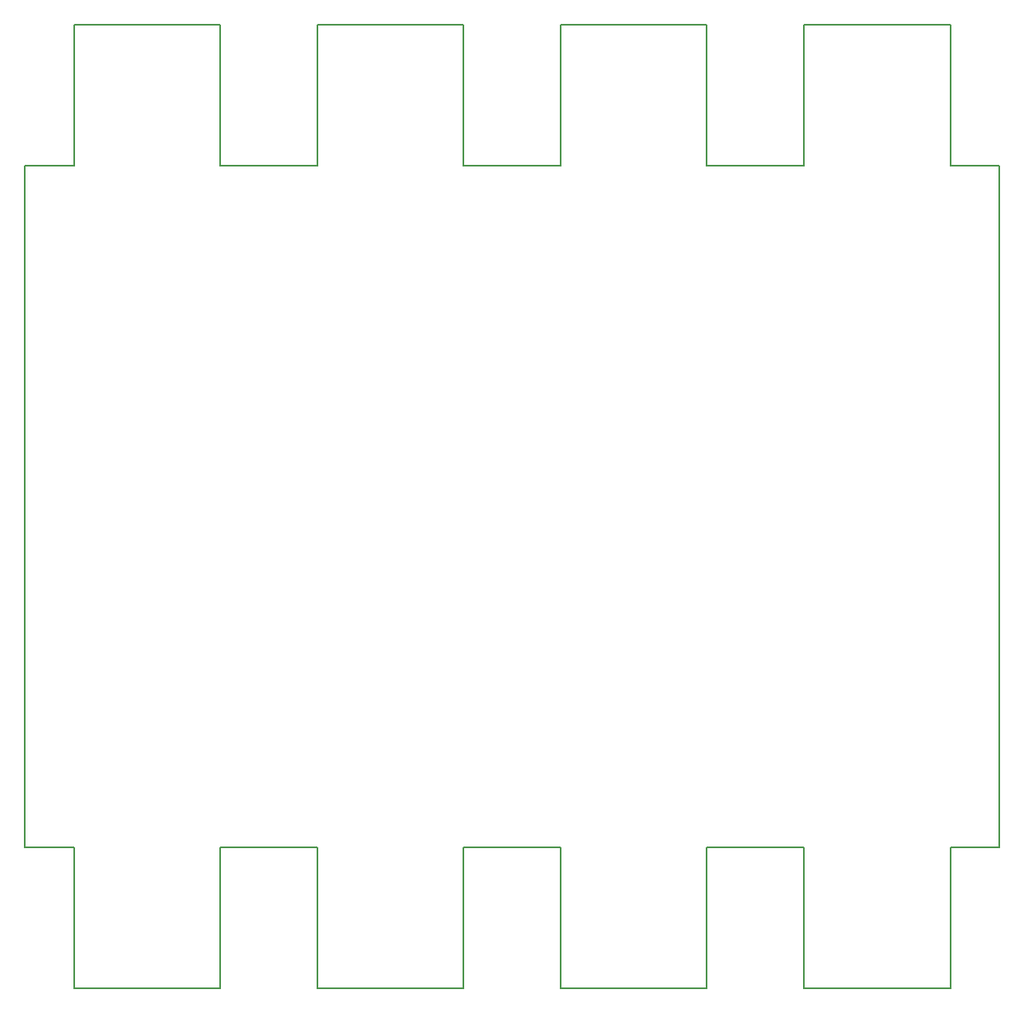
<source format=gbr>
G04 #@! TF.GenerationSoftware,KiCad,Pcbnew,(5.1.6)-1*
G04 #@! TF.CreationDate,2020-09-11T21:59:46+04:00*
G04 #@! TF.ProjectId,Triple-five,54726970-6c65-42d6-9669-76652e6b6963,rev?*
G04 #@! TF.SameCoordinates,Original*
G04 #@! TF.FileFunction,OtherDrawing,Comment*
%FSLAX46Y46*%
G04 Gerber Fmt 4.6, Leading zero omitted, Abs format (unit mm)*
G04 Created by KiCad (PCBNEW (5.1.6)-1) date 2020-09-11 21:59:46*
%MOMM*%
%LPD*%
G01*
G04 APERTURE LIST*
G04 #@! TA.AperFunction,Profile*
%ADD10C,0.050000*%
G04 #@! TD*
%ADD11C,0.150000*%
G04 APERTURE END LIST*
D10*
X115500000Y-128250000D02*
X115500000Y-58250000D01*
X120500000Y-128250000D02*
X115500000Y-128250000D01*
X120500000Y-142750000D02*
X120500000Y-128250000D01*
X135500000Y-142750000D02*
X120500000Y-142750000D01*
X135500000Y-128250000D02*
X135500000Y-142750000D01*
X145500000Y-128250000D02*
X135500000Y-128250000D01*
X145500000Y-142750000D02*
X145500000Y-128250000D01*
X160500000Y-142750000D02*
X145500000Y-142750000D01*
X160500000Y-128250000D02*
X160500000Y-142750000D01*
X170500000Y-128250000D02*
X160500000Y-128250000D01*
X170500000Y-142750000D02*
X170500000Y-128250000D01*
X185500000Y-142750000D02*
X170500000Y-142750000D01*
X185500000Y-128250000D02*
X185500000Y-142750000D01*
X195500000Y-128250000D02*
X185500000Y-128250000D01*
X195500000Y-142750000D02*
X195500000Y-128250000D01*
X210500000Y-142750000D02*
X195500000Y-142750000D01*
X210500000Y-128250000D02*
X210500000Y-142750000D01*
X215500000Y-128250000D02*
X210500000Y-128250000D01*
X215500000Y-58250000D02*
X215500000Y-128250000D01*
X210500000Y-58250000D02*
X215500000Y-58250000D01*
X210500000Y-43750000D02*
X210500000Y-58250000D01*
X195500000Y-43750000D02*
X210500000Y-43750000D01*
X195500000Y-58250000D02*
X195500000Y-43750000D01*
X185500000Y-58250000D02*
X195500000Y-58250000D01*
X185500000Y-43750000D02*
X185500000Y-58250000D01*
X170500000Y-43750000D02*
X185500000Y-43750000D01*
X170500000Y-58250000D02*
X170500000Y-43750000D01*
X160500000Y-58250000D02*
X170500000Y-58250000D01*
X160500000Y-43750000D02*
X160500000Y-58250000D01*
X145500000Y-43750000D02*
X160500000Y-43750000D01*
X145500000Y-58250000D02*
X145500000Y-43750000D01*
X135500000Y-58250000D02*
X145500000Y-58250000D01*
X135500000Y-43750000D02*
X135500000Y-58250000D01*
X120500000Y-43750000D02*
X135500000Y-43750000D01*
X120500000Y-58250000D02*
X120500000Y-43750000D01*
X115500000Y-58250000D02*
X120500000Y-58250000D01*
D11*
X115500000Y-128250000D02*
X115500000Y-60750000D01*
X120500000Y-128250000D02*
X115500000Y-128250000D01*
X120500000Y-142750000D02*
X120500000Y-128250000D01*
X135500000Y-142750000D02*
X120500000Y-142750000D01*
X135500000Y-128250000D02*
X135500000Y-142750000D01*
X145500000Y-128250000D02*
X135500000Y-128250000D01*
X145500000Y-142750000D02*
X145500000Y-128250000D01*
X160500000Y-142750000D02*
X145500000Y-142750000D01*
X160500000Y-128250000D02*
X160500000Y-142750000D01*
X170500000Y-128250000D02*
X160500000Y-128250000D01*
X170500000Y-142750000D02*
X170500000Y-128250000D01*
X185500000Y-142750000D02*
X170500000Y-142750000D01*
X185500000Y-128250000D02*
X185500000Y-142750000D01*
X195500000Y-128250000D02*
X185500000Y-128250000D01*
X195500000Y-142750000D02*
X195500000Y-128250000D01*
X210500000Y-142750000D02*
X195500000Y-142750000D01*
X210500000Y-128250000D02*
X210500000Y-142750000D01*
X215500000Y-128250000D02*
X210500000Y-128250000D01*
X215500000Y-58250000D02*
X215500000Y-128250000D01*
X210500000Y-58250000D02*
X215500000Y-58250000D01*
X210500000Y-43750000D02*
X210500000Y-58250000D01*
X195500000Y-43750000D02*
X210500000Y-43750000D01*
X195500000Y-58250000D02*
X195500000Y-43750000D01*
X185500000Y-58250000D02*
X195500000Y-58250000D01*
X185500000Y-43750000D02*
X185500000Y-58250000D01*
X170500000Y-43750000D02*
X185500000Y-43750000D01*
X170500000Y-58250000D02*
X170500000Y-43750000D01*
X160500000Y-58250000D02*
X170500000Y-58250000D01*
X160500000Y-43750000D02*
X160500000Y-58250000D01*
X145500000Y-43750000D02*
X160500000Y-43750000D01*
X145500000Y-58250000D02*
X145500000Y-43750000D01*
X135500000Y-58250000D02*
X145500000Y-58250000D01*
X135500000Y-43750000D02*
X135500000Y-58250000D01*
X120500000Y-43750000D02*
X135500000Y-43750000D01*
X120500000Y-58250000D02*
X120500000Y-43750000D01*
X115500000Y-58250000D02*
X120500000Y-58250000D01*
X115500000Y-60750000D02*
X115500000Y-58250000D01*
M02*

</source>
